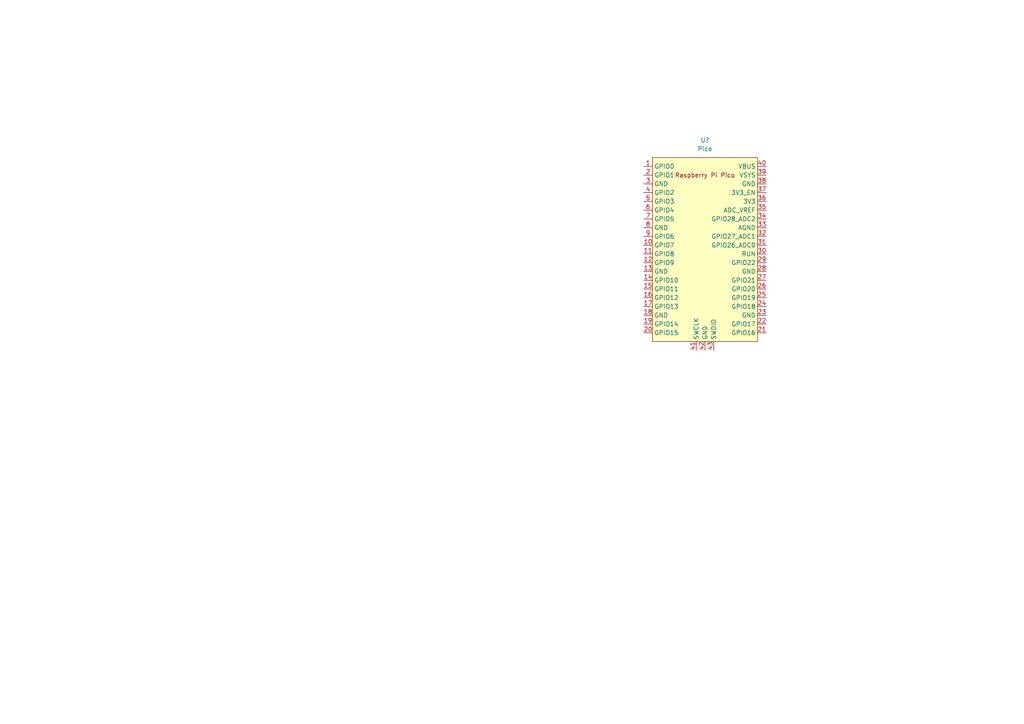
<source format=kicad_sch>
(kicad_sch (version 20211123) (generator eeschema)
  (paper "A4")
  (lib_symbols
    (symbol "MCU_RaspberryPi_and_Boards:Pico"
      (property "Reference" "U" (at -13.97 27.94 0))
      (property "Value" "Pico" (at 0 19.05 0))
      (symbol "Pico_0_0"
        (text "Raspberry Pi Pico" (at 0 21.59 0) (effects (font (size 1.27 1.27))))
      )
      (symbol "Pico_0_1"
        (rectangle (start -15.24 26.67) (end 15.24 -26.67) (fill (type background)))
      )
      (symbol "Pico_1_1"
        (pin bidirectional line (at -17.78 24.13 0) (length 2.54) (name "GPIO0") (number "1"))
        (pin bidirectional line (at -17.78 1.27 0) (length 2.54) (name "GPIO7") (number "10"))
        (pin bidirectional line (at -17.78 -1.27 0) (length 2.54) (name "GPIO8") (number "11"))
        (pin bidirectional line (at -17.78 -3.81 0) (length 2.54) (name "GPIO9") (number "12"))
        (pin power_in line (at -17.78 -6.35 0) (length 2.54) (name "GND") (number "13"))
        (pin bidirectional line (at -17.78 -8.89 0) (length 2.54) (name "GPIO10") (number "14"))
        (pin bidirectional line (at -17.78 -11.43 0) (length 2.54) (name "GPIO11") (number "15"))
        (pin bidirectional line (at -17.78 -13.97 0) (length 2.54) (name "GPIO12") (number "16"))
        (pin bidirectional line (at -17.78 -16.51 0) (length 2.54) (name "GPIO13") (number "17"))
        (pin power_in line (at -17.78 -19.05 0) (length 2.54) (name "GND") (number "18"))
        (pin bidirectional line (at -17.78 -21.59 0) (length 2.54) (name "GPIO14") (number "19"))
        (pin bidirectional line (at -17.78 21.59 0) (length 2.54) (name "GPIO1") (number "2"))
        (pin bidirectional line (at -17.78 -24.13 0) (length 2.54) (name "GPIO15") (number "20"))
        (pin bidirectional line (at 17.78 -24.13 180) (length 2.54) (name "GPIO16") (number "21"))
        (pin bidirectional line (at 17.78 -21.59 180) (length 2.54) (name "GPIO17") (number "22"))
        (pin power_in line (at 17.78 -19.05 180) (length 2.54) (name "GND") (number "23"))
        (pin bidirectional line (at 17.78 -16.51 180) (length 2.54) (name "GPIO18") (number "24"))
        (pin bidirectional line (at 17.78 -13.97 180) (length 2.54) (name "GPIO19") (number "25"))
        (pin bidirectional line (at 17.78 -11.43 180) (length 2.54) (name "GPIO20") (number "26"))
        (pin bidirectional line (at 17.78 -8.89 180) (length 2.54) (name "GPIO21") (number "27"))
        (pin power_in line (at 17.78 -6.35 180) (length 2.54) (name "GND") (number "28"))
        (pin bidirectional line (at 17.78 -3.81 180) (length 2.54) (name "GPIO22") (number "29"))
        (pin power_in line (at -17.78 19.05 0) (length 2.54) (name "GND") (number "3"))
        (pin input line (at 17.78 -1.27 180) (length 2.54) (name "RUN") (number "30"))
        (pin bidirectional line (at 17.78 1.27 180) (length 2.54) (name "GPIO26_ADC0") (number "31"))
        (pin bidirectional line (at 17.78 3.81 180) (length 2.54) (name "GPIO27_ADC1") (number "32"))
        (pin power_in line (at 17.78 6.35 180) (length 2.54) (name "AGND") (number "33"))
        (pin bidirectional line (at 17.78 8.89 180) (length 2.54) (name "GPIO28_ADC2") (number "34"))
        (pin power_in line (at 17.78 11.43 180) (length 2.54) (name "ADC_VREF") (number "35"))
        (pin power_in line (at 17.78 13.97 180) (length 2.54) (name "3V3") (number "36"))
        (pin input line (at 17.78 16.51 180) (length 2.54) (name "3V3_EN") (number "37"))
        (pin bidirectional line (at 17.78 19.05 180) (length 2.54) (name "GND") (number "38"))
        (pin power_in line (at 17.78 21.59 180) (length 2.54) (name "VSYS") (number "39"))
        (pin bidirectional line (at -17.78 16.51 0) (length 2.54) (name "GPIO2") (number "4"))
        (pin power_in line (at 17.78 24.13 180) (length 2.54) (name "VBUS") (number "40"))
        (pin input line (at -2.54 -29.21 90) (length 2.54) (name "SWCLK") (number "41"))
        (pin power_in line (at 0 -29.21 90) (length 2.54) (name "GND") (number "42"))
        (pin bidirectional line (at 2.54 -29.21 90) (length 2.54) (name "SWDIO") (number "43"))
        (pin bidirectional line (at -17.78 13.97 0) (length 2.54) (name "GPIO3") (number "5"))
        (pin bidirectional line (at -17.78 11.43 0) (length 2.54) (name "GPIO4") (number "6"))
        (pin bidirectional line (at -17.78 8.89 0) (length 2.54) (name "GPIO5") (number "7"))
        (pin power_in line (at -17.78 6.35 0) (length 2.54) (name "GND") (number "8"))
        (pin bidirectional line (at -17.78 3.81 0) (length 2.54) (name "GPIO6") (number "9"))
      )
    )
  )
  (symbol (lib_id "MCU_RaspberryPi_and_Boards:Pico") (at 204.47 72.39 0) (unit 1)
    (property "Reference" "U?" (at 204.47 40.64 0))
    (property "Value" "Pico" (at 204.47 43.18 0))
    (property "Footprint" "RPi_Pico:RPi_Pico_SMD_TH" (effects hide))
  )
)
</source>
